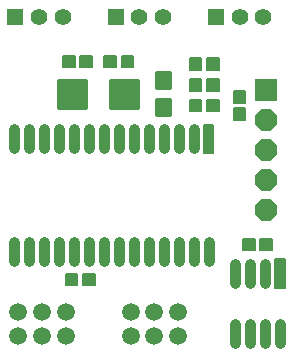
<source format=gts>
G75*
%MOIN*%
%OFA0B0*%
%FSLAX25Y25*%
%IPPOS*%
%LPD*%
%AMOC8*
5,1,8,0,0,1.08239X$1,22.5*
%
%ADD10R,0.07387X0.07387*%
%ADD11OC8,0.07387*%
%ADD12C,0.00673*%
%ADD13C,0.00868*%
%ADD14C,0.00567*%
%ADD15C,0.03780*%
%ADD16C,0.05906*%
%ADD17R,0.05587X0.05587*%
%ADD18C,0.05587*%
%ADD19C,0.01535*%
D10*
X0113349Y0110626D03*
D11*
X0113349Y0100626D03*
X0113349Y0090626D03*
X0113349Y0080626D03*
X0113349Y0070626D03*
D12*
X0115159Y0057222D02*
X0111343Y0057222D01*
X0111343Y0061038D01*
X0115159Y0061038D01*
X0115159Y0057222D01*
X0115159Y0057894D02*
X0111343Y0057894D01*
X0111343Y0058566D02*
X0115159Y0058566D01*
X0115159Y0059238D02*
X0111343Y0059238D01*
X0111343Y0059910D02*
X0115159Y0059910D01*
X0115159Y0060582D02*
X0111343Y0060582D01*
X0109450Y0057222D02*
X0105634Y0057222D01*
X0105634Y0061038D01*
X0109450Y0061038D01*
X0109450Y0057222D01*
X0109450Y0057894D02*
X0105634Y0057894D01*
X0105634Y0058566D02*
X0109450Y0058566D01*
X0109450Y0059238D02*
X0105634Y0059238D01*
X0105634Y0059910D02*
X0109450Y0059910D01*
X0109450Y0060582D02*
X0105634Y0060582D01*
X0102583Y0100627D02*
X0102583Y0104443D01*
X0106399Y0104443D01*
X0106399Y0100627D01*
X0102583Y0100627D01*
X0102583Y0101299D02*
X0106399Y0101299D01*
X0106399Y0101971D02*
X0102583Y0101971D01*
X0102583Y0102643D02*
X0106399Y0102643D01*
X0106399Y0103315D02*
X0102583Y0103315D01*
X0102583Y0103987D02*
X0106399Y0103987D01*
X0102583Y0106336D02*
X0102583Y0110152D01*
X0106399Y0110152D01*
X0106399Y0106336D01*
X0102583Y0106336D01*
X0102583Y0107008D02*
X0106399Y0107008D01*
X0106399Y0107680D02*
X0102583Y0107680D01*
X0102583Y0108352D02*
X0106399Y0108352D01*
X0106399Y0109024D02*
X0102583Y0109024D01*
X0102583Y0109696D02*
X0106399Y0109696D01*
X0097442Y0114188D02*
X0093626Y0114188D01*
X0097442Y0114188D02*
X0097442Y0110372D01*
X0093626Y0110372D01*
X0093626Y0114188D01*
X0093626Y0111044D02*
X0097442Y0111044D01*
X0097442Y0111716D02*
X0093626Y0111716D01*
X0093626Y0112388D02*
X0097442Y0112388D01*
X0097442Y0113060D02*
X0093626Y0113060D01*
X0093626Y0113732D02*
X0097442Y0113732D01*
X0097442Y0121077D02*
X0093626Y0121077D01*
X0097442Y0121077D02*
X0097442Y0117261D01*
X0093626Y0117261D01*
X0093626Y0121077D01*
X0093626Y0117933D02*
X0097442Y0117933D01*
X0097442Y0118605D02*
X0093626Y0118605D01*
X0093626Y0119277D02*
X0097442Y0119277D01*
X0097442Y0119949D02*
X0093626Y0119949D01*
X0093626Y0120621D02*
X0097442Y0120621D01*
X0091734Y0121077D02*
X0087918Y0121077D01*
X0091734Y0121077D02*
X0091734Y0117261D01*
X0087918Y0117261D01*
X0087918Y0121077D01*
X0087918Y0117933D02*
X0091734Y0117933D01*
X0091734Y0118605D02*
X0087918Y0118605D01*
X0087918Y0119277D02*
X0091734Y0119277D01*
X0091734Y0119949D02*
X0087918Y0119949D01*
X0087918Y0120621D02*
X0091734Y0120621D01*
X0091734Y0114188D02*
X0087918Y0114188D01*
X0091734Y0114188D02*
X0091734Y0110372D01*
X0087918Y0110372D01*
X0087918Y0114188D01*
X0087918Y0111044D02*
X0091734Y0111044D01*
X0091734Y0111716D02*
X0087918Y0111716D01*
X0087918Y0112388D02*
X0091734Y0112388D01*
X0091734Y0113060D02*
X0087918Y0113060D01*
X0087918Y0113732D02*
X0091734Y0113732D01*
X0091734Y0103482D02*
X0087918Y0103482D01*
X0087918Y0107298D01*
X0091734Y0107298D01*
X0091734Y0103482D01*
X0091734Y0104154D02*
X0087918Y0104154D01*
X0087918Y0104826D02*
X0091734Y0104826D01*
X0091734Y0105498D02*
X0087918Y0105498D01*
X0087918Y0106170D02*
X0091734Y0106170D01*
X0091734Y0106842D02*
X0087918Y0106842D01*
X0093626Y0103482D02*
X0097442Y0103482D01*
X0093626Y0103482D02*
X0093626Y0107298D01*
X0097442Y0107298D01*
X0097442Y0103482D01*
X0097442Y0104154D02*
X0093626Y0104154D01*
X0093626Y0104826D02*
X0097442Y0104826D01*
X0097442Y0105498D02*
X0093626Y0105498D01*
X0093626Y0106170D02*
X0097442Y0106170D01*
X0097442Y0106842D02*
X0093626Y0106842D01*
X0068899Y0122062D02*
X0065083Y0122062D01*
X0068899Y0122062D02*
X0068899Y0118246D01*
X0065083Y0118246D01*
X0065083Y0122062D01*
X0065083Y0118918D02*
X0068899Y0118918D01*
X0068899Y0119590D02*
X0065083Y0119590D01*
X0065083Y0120262D02*
X0068899Y0120262D01*
X0068899Y0120934D02*
X0065083Y0120934D01*
X0065083Y0121606D02*
X0068899Y0121606D01*
X0063190Y0122062D02*
X0059374Y0122062D01*
X0063190Y0122062D02*
X0063190Y0118246D01*
X0059374Y0118246D01*
X0059374Y0122062D01*
X0059374Y0118918D02*
X0063190Y0118918D01*
X0063190Y0119590D02*
X0059374Y0119590D01*
X0059374Y0120262D02*
X0063190Y0120262D01*
X0063190Y0120934D02*
X0059374Y0120934D01*
X0059374Y0121606D02*
X0063190Y0121606D01*
X0055120Y0118246D02*
X0051304Y0118246D01*
X0051304Y0122062D01*
X0055120Y0122062D01*
X0055120Y0118246D01*
X0055120Y0118918D02*
X0051304Y0118918D01*
X0051304Y0119590D02*
X0055120Y0119590D01*
X0055120Y0120262D02*
X0051304Y0120262D01*
X0051304Y0120934D02*
X0055120Y0120934D01*
X0055120Y0121606D02*
X0051304Y0121606D01*
X0049411Y0118246D02*
X0045595Y0118246D01*
X0045595Y0122062D01*
X0049411Y0122062D01*
X0049411Y0118246D01*
X0049411Y0118918D02*
X0045595Y0118918D01*
X0045595Y0119590D02*
X0049411Y0119590D01*
X0049411Y0120262D02*
X0045595Y0120262D01*
X0045595Y0120934D02*
X0049411Y0120934D01*
X0049411Y0121606D02*
X0045595Y0121606D01*
X0046579Y0049227D02*
X0050395Y0049227D01*
X0050395Y0045411D01*
X0046579Y0045411D01*
X0046579Y0049227D01*
X0046579Y0046083D02*
X0050395Y0046083D01*
X0050395Y0046755D02*
X0046579Y0046755D01*
X0046579Y0047427D02*
X0050395Y0047427D01*
X0050395Y0048099D02*
X0046579Y0048099D01*
X0046579Y0048771D02*
X0050395Y0048771D01*
X0052288Y0049227D02*
X0056104Y0049227D01*
X0056104Y0045411D01*
X0052288Y0045411D01*
X0052288Y0049227D01*
X0052288Y0046083D02*
X0056104Y0046083D01*
X0056104Y0046755D02*
X0052288Y0046755D01*
X0052288Y0047427D02*
X0056104Y0047427D01*
X0056104Y0048099D02*
X0052288Y0048099D01*
X0052288Y0048771D02*
X0056104Y0048771D01*
D13*
X0076441Y0107486D02*
X0081359Y0107486D01*
X0081359Y0102168D01*
X0076441Y0102168D01*
X0076441Y0107486D01*
X0076441Y0103035D02*
X0081359Y0103035D01*
X0081359Y0103902D02*
X0076441Y0103902D01*
X0076441Y0104769D02*
X0081359Y0104769D01*
X0081359Y0105636D02*
X0076441Y0105636D01*
X0076441Y0106503D02*
X0081359Y0106503D01*
X0081359Y0107370D02*
X0076441Y0107370D01*
X0076441Y0116486D02*
X0081359Y0116486D01*
X0081359Y0111168D01*
X0076441Y0111168D01*
X0076441Y0116486D01*
X0076441Y0112035D02*
X0081359Y0112035D01*
X0081359Y0112902D02*
X0076441Y0112902D01*
X0076441Y0113769D02*
X0081359Y0113769D01*
X0081359Y0114636D02*
X0076441Y0114636D01*
X0076441Y0115503D02*
X0081359Y0115503D01*
X0081359Y0116370D02*
X0076441Y0116370D01*
D14*
X0092522Y0099061D02*
X0092522Y0089549D01*
X0092522Y0099061D02*
X0095736Y0099061D01*
X0095736Y0089549D01*
X0092522Y0089549D01*
X0092522Y0090115D02*
X0095736Y0090115D01*
X0095736Y0090681D02*
X0092522Y0090681D01*
X0092522Y0091247D02*
X0095736Y0091247D01*
X0095736Y0091813D02*
X0092522Y0091813D01*
X0092522Y0092379D02*
X0095736Y0092379D01*
X0095736Y0092945D02*
X0092522Y0092945D01*
X0092522Y0093511D02*
X0095736Y0093511D01*
X0095736Y0094077D02*
X0092522Y0094077D01*
X0092522Y0094643D02*
X0095736Y0094643D01*
X0095736Y0095209D02*
X0092522Y0095209D01*
X0092522Y0095775D02*
X0095736Y0095775D01*
X0095736Y0096341D02*
X0092522Y0096341D01*
X0092522Y0096907D02*
X0095736Y0096907D01*
X0095736Y0097473D02*
X0092522Y0097473D01*
X0092522Y0098039D02*
X0095736Y0098039D01*
X0095736Y0098605D02*
X0092522Y0098605D01*
X0116290Y0054201D02*
X0116290Y0044689D01*
X0116290Y0054201D02*
X0119504Y0054201D01*
X0119504Y0044689D01*
X0116290Y0044689D01*
X0116290Y0045255D02*
X0119504Y0045255D01*
X0119504Y0045821D02*
X0116290Y0045821D01*
X0116290Y0046387D02*
X0119504Y0046387D01*
X0119504Y0046953D02*
X0116290Y0046953D01*
X0116290Y0047519D02*
X0119504Y0047519D01*
X0119504Y0048085D02*
X0116290Y0048085D01*
X0116290Y0048651D02*
X0119504Y0048651D01*
X0119504Y0049217D02*
X0116290Y0049217D01*
X0116290Y0049783D02*
X0119504Y0049783D01*
X0119504Y0050349D02*
X0116290Y0050349D01*
X0116290Y0050915D02*
X0119504Y0050915D01*
X0119504Y0051481D02*
X0116290Y0051481D01*
X0116290Y0052047D02*
X0119504Y0052047D01*
X0119504Y0052613D02*
X0116290Y0052613D01*
X0116290Y0053179D02*
X0119504Y0053179D01*
X0119504Y0053745D02*
X0116290Y0053745D01*
D15*
X0112897Y0052594D02*
X0112897Y0046296D01*
X0107897Y0046296D02*
X0107897Y0052594D01*
X0102897Y0052594D02*
X0102897Y0046296D01*
X0094129Y0053656D02*
X0094129Y0059954D01*
X0089129Y0059954D02*
X0089129Y0053656D01*
X0084129Y0053656D02*
X0084129Y0059954D01*
X0079129Y0059954D02*
X0079129Y0053656D01*
X0074129Y0053656D02*
X0074129Y0059954D01*
X0069129Y0059954D02*
X0069129Y0053656D01*
X0064129Y0053656D02*
X0064129Y0059954D01*
X0059129Y0059954D02*
X0059129Y0053656D01*
X0054129Y0053656D02*
X0054129Y0059954D01*
X0049129Y0059954D02*
X0049129Y0053656D01*
X0044129Y0053656D02*
X0044129Y0059954D01*
X0039129Y0059954D02*
X0039129Y0053656D01*
X0034129Y0053656D02*
X0034129Y0059954D01*
X0029129Y0059954D02*
X0029129Y0053656D01*
X0029129Y0091156D02*
X0029129Y0097454D01*
X0034129Y0097454D02*
X0034129Y0091156D01*
X0039129Y0091156D02*
X0039129Y0097454D01*
X0044129Y0097454D02*
X0044129Y0091156D01*
X0049129Y0091156D02*
X0049129Y0097454D01*
X0054129Y0097454D02*
X0054129Y0091156D01*
X0059129Y0091156D02*
X0059129Y0097454D01*
X0064129Y0097454D02*
X0064129Y0091156D01*
X0069129Y0091156D02*
X0069129Y0097454D01*
X0074129Y0097454D02*
X0074129Y0091156D01*
X0079129Y0091156D02*
X0079129Y0097454D01*
X0084129Y0097454D02*
X0084129Y0091156D01*
X0089129Y0091156D02*
X0089129Y0097454D01*
X0102897Y0032594D02*
X0102897Y0026296D01*
X0107897Y0026296D02*
X0107897Y0032594D01*
X0112897Y0032594D02*
X0112897Y0026296D01*
X0117897Y0026296D02*
X0117897Y0032594D01*
D16*
X0030672Y0028618D03*
X0030672Y0036492D03*
X0038546Y0036492D03*
X0038546Y0028618D03*
X0046420Y0028618D03*
X0046420Y0036492D03*
X0068074Y0036492D03*
X0068074Y0028618D03*
X0075948Y0028618D03*
X0075948Y0036492D03*
X0083822Y0036492D03*
X0083822Y0028618D03*
D17*
X0096617Y0134917D03*
X0063152Y0134917D03*
X0029688Y0134917D03*
D18*
X0037562Y0134917D03*
X0045436Y0134917D03*
X0071026Y0134917D03*
X0078900Y0134917D03*
X0104491Y0134917D03*
X0112365Y0134917D03*
D19*
X0061557Y0113678D02*
X0061557Y0104976D01*
X0061557Y0113678D02*
X0070259Y0113678D01*
X0070259Y0104976D01*
X0061557Y0104976D01*
X0061557Y0106510D02*
X0070259Y0106510D01*
X0070259Y0108044D02*
X0061557Y0108044D01*
X0061557Y0109578D02*
X0070259Y0109578D01*
X0070259Y0111112D02*
X0061557Y0111112D01*
X0061557Y0112646D02*
X0070259Y0112646D01*
X0044235Y0113678D02*
X0044235Y0104976D01*
X0044235Y0113678D02*
X0052937Y0113678D01*
X0052937Y0104976D01*
X0044235Y0104976D01*
X0044235Y0106510D02*
X0052937Y0106510D01*
X0052937Y0108044D02*
X0044235Y0108044D01*
X0044235Y0109578D02*
X0052937Y0109578D01*
X0052937Y0111112D02*
X0044235Y0111112D01*
X0044235Y0112646D02*
X0052937Y0112646D01*
M02*

</source>
